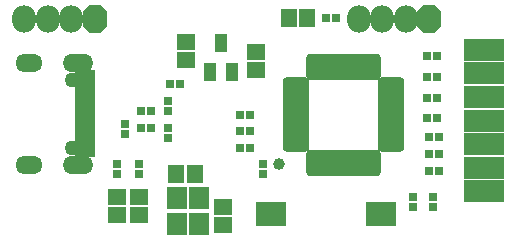
<source format=gts>
G04*
G04 #@! TF.GenerationSoftware,Altium Limited,Altium Designer,20.0.12 (288)*
G04*
G04 Layer_Color=8388736*
%FSLAX25Y25*%
%MOIN*%
G70*
G01*
G75*
%ADD21R,0.05858X0.05661*%
%ADD22R,0.05661X0.05858*%
%ADD23O,0.03181X0.09087*%
%ADD24O,0.09087X0.03181*%
%ADD25R,0.06724X0.07512*%
%ADD26R,0.04362X0.05937*%
%ADD27R,0.10268X0.08299*%
%ADD28R,0.06528X0.04362*%
%ADD29R,0.06528X0.03181*%
%ADD30R,0.02762X0.02959*%
%ADD31R,0.02959X0.02762*%
%ADD32R,0.13811X0.07512*%
%ADD33O,0.07906X0.09087*%
G04:AMPARAMS|DCode=34|XSize=79.06mil|YSize=90.87mil|CornerRadius=0mil|HoleSize=0mil|Usage=FLASHONLY|Rotation=180.000|XOffset=0mil|YOffset=0mil|HoleType=Round|Shape=Octagon|*
%AMOCTAGOND34*
4,1,8,0.01976,-0.04543,-0.01976,-0.04543,-0.03953,-0.02567,-0.03953,0.02567,-0.01976,0.04543,0.01976,0.04543,0.03953,0.02567,0.03953,-0.02567,0.01976,-0.04543,0.0*
%
%ADD34OCTAGOND34*%

%ADD35C,0.04953*%
%ADD36O,0.09082X0.05937*%
%ADD37O,0.10263X0.05937*%
%ADD38C,0.03969*%
D21*
X46848Y14009D02*
D03*
Y7946D02*
D03*
X39748Y14009D02*
D03*
Y7946D02*
D03*
X75061Y4622D02*
D03*
Y10685D02*
D03*
X86074Y56349D02*
D03*
Y62412D02*
D03*
X62661Y65630D02*
D03*
Y59567D02*
D03*
D22*
X96948Y73559D02*
D03*
X103011D02*
D03*
X59466Y21691D02*
D03*
X65529D02*
D03*
D23*
X104297Y25394D02*
D03*
X106265D02*
D03*
X108234D02*
D03*
X110202D02*
D03*
X112171D02*
D03*
X114139D02*
D03*
X116108D02*
D03*
X118076D02*
D03*
X120045D02*
D03*
X122013D02*
D03*
X123982D02*
D03*
X125950D02*
D03*
Y57284D02*
D03*
X123982D02*
D03*
X122013D02*
D03*
X120045D02*
D03*
X118076D02*
D03*
X116108D02*
D03*
X114139D02*
D03*
X112171D02*
D03*
X110202D02*
D03*
X108234D02*
D03*
X106265D02*
D03*
X104297D02*
D03*
D24*
X131068Y30512D02*
D03*
Y32480D02*
D03*
Y34449D02*
D03*
Y36417D02*
D03*
Y38386D02*
D03*
Y40354D02*
D03*
Y42323D02*
D03*
Y44291D02*
D03*
Y46260D02*
D03*
Y48228D02*
D03*
Y50197D02*
D03*
Y52165D02*
D03*
X99178D02*
D03*
Y50197D02*
D03*
Y48228D02*
D03*
Y46260D02*
D03*
Y44291D02*
D03*
Y42323D02*
D03*
Y40354D02*
D03*
Y38386D02*
D03*
Y36417D02*
D03*
Y34449D02*
D03*
Y32480D02*
D03*
Y30512D02*
D03*
D25*
X59588Y13579D02*
D03*
Y4918D02*
D03*
X67069D02*
D03*
Y13579D02*
D03*
D26*
X70557Y55693D02*
D03*
X78038D02*
D03*
X74298Y65142D02*
D03*
D27*
X127756Y8268D02*
D03*
X91142D02*
D03*
D28*
X28837Y54280D02*
D03*
Y51130D02*
D03*
Y29083D02*
D03*
Y32232D02*
D03*
D29*
Y34791D02*
D03*
Y36760D02*
D03*
Y38728D02*
D03*
Y40697D02*
D03*
Y42665D02*
D03*
Y44634D02*
D03*
Y46602D02*
D03*
Y48571D02*
D03*
D30*
X143137Y40118D02*
D03*
X146483D02*
D03*
X143137Y53775D02*
D03*
X146483D02*
D03*
X84121Y30275D02*
D03*
X80774D02*
D03*
X84121Y35923D02*
D03*
X80774D02*
D03*
X84121Y41339D02*
D03*
X80774D02*
D03*
X146901Y22691D02*
D03*
X143555D02*
D03*
X143555Y33964D02*
D03*
X146901D02*
D03*
X143137Y46769D02*
D03*
X146483D02*
D03*
X146901Y28328D02*
D03*
X143555D02*
D03*
X47635Y42476D02*
D03*
X50982D02*
D03*
X143137Y60781D02*
D03*
X146483D02*
D03*
X50982Y36861D02*
D03*
X47635D02*
D03*
X60717Y51698D02*
D03*
X57371D02*
D03*
X109330Y73559D02*
D03*
X112676D02*
D03*
D31*
X56780Y42529D02*
D03*
Y45875D02*
D03*
X56818Y36945D02*
D03*
Y33599D02*
D03*
X144978Y14076D02*
D03*
Y10729D02*
D03*
X88439Y21511D02*
D03*
Y24857D02*
D03*
X138412Y10730D02*
D03*
Y14076D02*
D03*
X42300Y34827D02*
D03*
Y38173D02*
D03*
X46848Y24869D02*
D03*
Y21522D02*
D03*
X39748Y24869D02*
D03*
Y21522D02*
D03*
D32*
X161826Y15748D02*
D03*
Y23622D02*
D03*
Y31496D02*
D03*
Y39370D02*
D03*
Y47244D02*
D03*
Y55118D02*
D03*
Y62992D02*
D03*
D33*
X128038Y73125D02*
D03*
X120164D02*
D03*
X135912D02*
D03*
X24456Y73125D02*
D03*
X8708D02*
D03*
X16583D02*
D03*
D34*
X143786Y73125D02*
D03*
X32331Y73125D02*
D03*
D35*
X24605Y30303D02*
D03*
Y53059D02*
D03*
D36*
X10235Y24674D02*
D03*
X10234Y58689D02*
D03*
D37*
X26573Y24674D02*
D03*
Y58689D02*
D03*
D38*
X93506Y24801D02*
D03*
M02*

</source>
